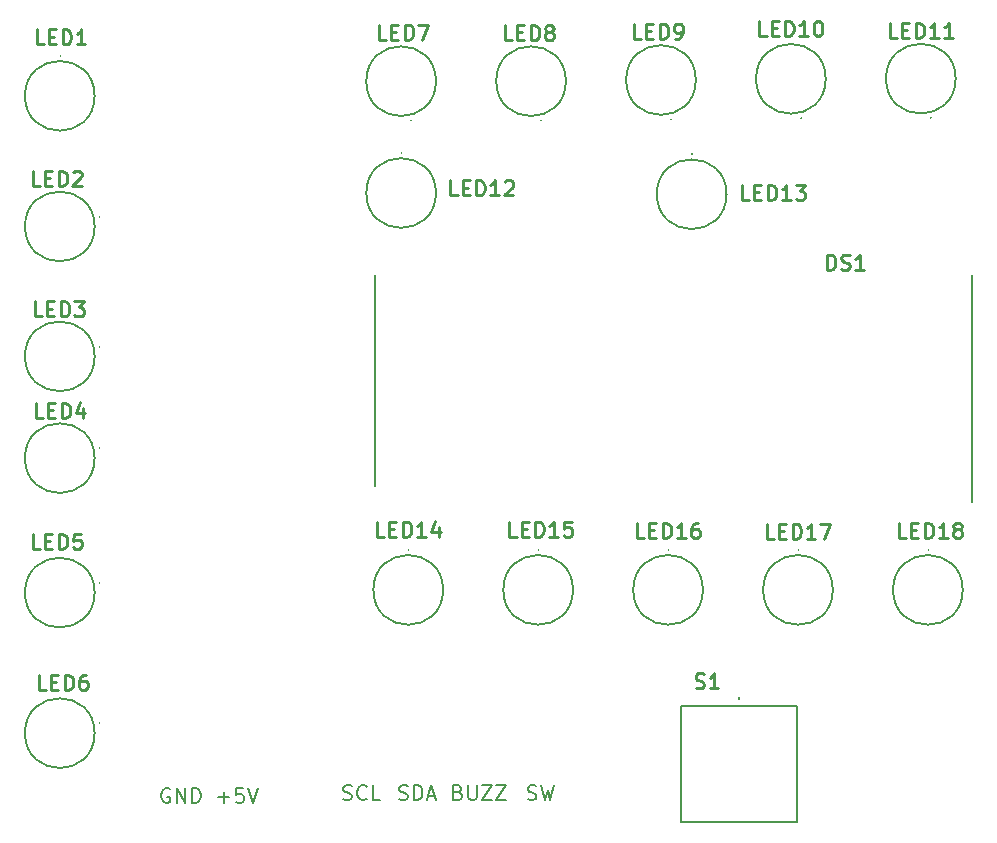
<source format=gbr>
%TF.GenerationSoftware,KiCad,Pcbnew,6.0.10-86aedd382b~118~ubuntu18.04.1*%
%TF.CreationDate,2024-06-09T23:27:39-03:00*%
%TF.ProjectId,salt_ihm,73616c74-5f69-4686-9d2e-6b696361645f,1.5*%
%TF.SameCoordinates,Original*%
%TF.FileFunction,Legend,Top*%
%TF.FilePolarity,Positive*%
%FSLAX46Y46*%
G04 Gerber Fmt 4.6, Leading zero omitted, Abs format (unit mm)*
G04 Created by KiCad (PCBNEW 6.0.10-86aedd382b~118~ubuntu18.04.1) date 2024-06-09 23:27:39*
%MOMM*%
%LPD*%
G01*
G04 APERTURE LIST*
%ADD10C,0.200000*%
%ADD11C,0.254000*%
%ADD12C,0.100000*%
G04 APERTURE END LIST*
D10*
X151511904Y-131505952D02*
X151690476Y-131565476D01*
X151988095Y-131565476D01*
X152107142Y-131505952D01*
X152166666Y-131446428D01*
X152226190Y-131327380D01*
X152226190Y-131208333D01*
X152166666Y-131089285D01*
X152107142Y-131029761D01*
X151988095Y-130970238D01*
X151750000Y-130910714D01*
X151630952Y-130851190D01*
X151571428Y-130791666D01*
X151511904Y-130672619D01*
X151511904Y-130553571D01*
X151571428Y-130434523D01*
X151630952Y-130375000D01*
X151750000Y-130315476D01*
X152047619Y-130315476D01*
X152226190Y-130375000D01*
X153476190Y-131446428D02*
X153416666Y-131505952D01*
X153238095Y-131565476D01*
X153119047Y-131565476D01*
X152940476Y-131505952D01*
X152821428Y-131386904D01*
X152761904Y-131267857D01*
X152702380Y-131029761D01*
X152702380Y-130851190D01*
X152761904Y-130613095D01*
X152821428Y-130494047D01*
X152940476Y-130375000D01*
X153119047Y-130315476D01*
X153238095Y-130315476D01*
X153416666Y-130375000D01*
X153476190Y-130434523D01*
X154607142Y-131565476D02*
X154011904Y-131565476D01*
X154011904Y-130315476D01*
X156232142Y-131505952D02*
X156410714Y-131565476D01*
X156708333Y-131565476D01*
X156827380Y-131505952D01*
X156886904Y-131446428D01*
X156946428Y-131327380D01*
X156946428Y-131208333D01*
X156886904Y-131089285D01*
X156827380Y-131029761D01*
X156708333Y-130970238D01*
X156470238Y-130910714D01*
X156351190Y-130851190D01*
X156291666Y-130791666D01*
X156232142Y-130672619D01*
X156232142Y-130553571D01*
X156291666Y-130434523D01*
X156351190Y-130375000D01*
X156470238Y-130315476D01*
X156767857Y-130315476D01*
X156946428Y-130375000D01*
X157482142Y-131565476D02*
X157482142Y-130315476D01*
X157779761Y-130315476D01*
X157958333Y-130375000D01*
X158077380Y-130494047D01*
X158136904Y-130613095D01*
X158196428Y-130851190D01*
X158196428Y-131029761D01*
X158136904Y-131267857D01*
X158077380Y-131386904D01*
X157958333Y-131505952D01*
X157779761Y-131565476D01*
X157482142Y-131565476D01*
X158672619Y-131208333D02*
X159267857Y-131208333D01*
X158553571Y-131565476D02*
X158970238Y-130315476D01*
X159386904Y-131565476D01*
X167128571Y-131505952D02*
X167307142Y-131565476D01*
X167604761Y-131565476D01*
X167723809Y-131505952D01*
X167783333Y-131446428D01*
X167842857Y-131327380D01*
X167842857Y-131208333D01*
X167783333Y-131089285D01*
X167723809Y-131029761D01*
X167604761Y-130970238D01*
X167366666Y-130910714D01*
X167247619Y-130851190D01*
X167188095Y-130791666D01*
X167128571Y-130672619D01*
X167128571Y-130553571D01*
X167188095Y-130434523D01*
X167247619Y-130375000D01*
X167366666Y-130315476D01*
X167664285Y-130315476D01*
X167842857Y-130375000D01*
X168259523Y-130315476D02*
X168557142Y-131565476D01*
X168795238Y-130672619D01*
X169033333Y-131565476D01*
X169330952Y-130315476D01*
X161244047Y-130910714D02*
X161422619Y-130970238D01*
X161482142Y-131029761D01*
X161541666Y-131148809D01*
X161541666Y-131327380D01*
X161482142Y-131446428D01*
X161422619Y-131505952D01*
X161303571Y-131565476D01*
X160827380Y-131565476D01*
X160827380Y-130315476D01*
X161244047Y-130315476D01*
X161363095Y-130375000D01*
X161422619Y-130434523D01*
X161482142Y-130553571D01*
X161482142Y-130672619D01*
X161422619Y-130791666D01*
X161363095Y-130851190D01*
X161244047Y-130910714D01*
X160827380Y-130910714D01*
X162077380Y-130315476D02*
X162077380Y-131327380D01*
X162136904Y-131446428D01*
X162196428Y-131505952D01*
X162315476Y-131565476D01*
X162553571Y-131565476D01*
X162672619Y-131505952D01*
X162732142Y-131446428D01*
X162791666Y-131327380D01*
X162791666Y-130315476D01*
X163267857Y-130315476D02*
X164101190Y-130315476D01*
X163267857Y-131565476D01*
X164101190Y-131565476D01*
X164458333Y-130315476D02*
X165291666Y-130315476D01*
X164458333Y-131565476D01*
X165291666Y-131565476D01*
X136797619Y-130625000D02*
X136678571Y-130565476D01*
X136500000Y-130565476D01*
X136321428Y-130625000D01*
X136202380Y-130744047D01*
X136142857Y-130863095D01*
X136083333Y-131101190D01*
X136083333Y-131279761D01*
X136142857Y-131517857D01*
X136202380Y-131636904D01*
X136321428Y-131755952D01*
X136500000Y-131815476D01*
X136619047Y-131815476D01*
X136797619Y-131755952D01*
X136857142Y-131696428D01*
X136857142Y-131279761D01*
X136619047Y-131279761D01*
X137392857Y-131815476D02*
X137392857Y-130565476D01*
X138107142Y-131815476D01*
X138107142Y-130565476D01*
X138702380Y-131815476D02*
X138702380Y-130565476D01*
X139000000Y-130565476D01*
X139178571Y-130625000D01*
X139297619Y-130744047D01*
X139357142Y-130863095D01*
X139416666Y-131101190D01*
X139416666Y-131279761D01*
X139357142Y-131517857D01*
X139297619Y-131636904D01*
X139178571Y-131755952D01*
X139000000Y-131815476D01*
X138702380Y-131815476D01*
X140892857Y-131339285D02*
X141845238Y-131339285D01*
X141369047Y-131815476D02*
X141369047Y-130863095D01*
X143035714Y-130565476D02*
X142440476Y-130565476D01*
X142380952Y-131160714D01*
X142440476Y-131101190D01*
X142559523Y-131041666D01*
X142857142Y-131041666D01*
X142976190Y-131101190D01*
X143035714Y-131160714D01*
X143095238Y-131279761D01*
X143095238Y-131577380D01*
X143035714Y-131696428D01*
X142976190Y-131755952D01*
X142857142Y-131815476D01*
X142559523Y-131815476D01*
X142440476Y-131755952D01*
X142380952Y-131696428D01*
X143452380Y-130565476D02*
X143869047Y-131815476D01*
X144285714Y-130565476D01*
D11*
%TO.C,LED5*%
X125832809Y-110302523D02*
X125228047Y-110302523D01*
X125228047Y-109032523D01*
X126256142Y-109637285D02*
X126679476Y-109637285D01*
X126860904Y-110302523D02*
X126256142Y-110302523D01*
X126256142Y-109032523D01*
X126860904Y-109032523D01*
X127405190Y-110302523D02*
X127405190Y-109032523D01*
X127707571Y-109032523D01*
X127889000Y-109093000D01*
X128009952Y-109213952D01*
X128070428Y-109334904D01*
X128130904Y-109576809D01*
X128130904Y-109758238D01*
X128070428Y-110000142D01*
X128009952Y-110121095D01*
X127889000Y-110242047D01*
X127707571Y-110302523D01*
X127405190Y-110302523D01*
X129279952Y-109032523D02*
X128675190Y-109032523D01*
X128614714Y-109637285D01*
X128675190Y-109576809D01*
X128796142Y-109516333D01*
X129098523Y-109516333D01*
X129219476Y-109576809D01*
X129279952Y-109637285D01*
X129340428Y-109758238D01*
X129340428Y-110060619D01*
X129279952Y-110181571D01*
X129219476Y-110242047D01*
X129098523Y-110302523D01*
X128796142Y-110302523D01*
X128675190Y-110242047D01*
X128614714Y-110181571D01*
%TO.C,LED11*%
X198394047Y-67047523D02*
X197789285Y-67047523D01*
X197789285Y-65777523D01*
X198817380Y-66382285D02*
X199240714Y-66382285D01*
X199422142Y-67047523D02*
X198817380Y-67047523D01*
X198817380Y-65777523D01*
X199422142Y-65777523D01*
X199966428Y-67047523D02*
X199966428Y-65777523D01*
X200268809Y-65777523D01*
X200450238Y-65838000D01*
X200571190Y-65958952D01*
X200631666Y-66079904D01*
X200692142Y-66321809D01*
X200692142Y-66503238D01*
X200631666Y-66745142D01*
X200571190Y-66866095D01*
X200450238Y-66987047D01*
X200268809Y-67047523D01*
X199966428Y-67047523D01*
X201901666Y-67047523D02*
X201175952Y-67047523D01*
X201538809Y-67047523D02*
X201538809Y-65777523D01*
X201417857Y-65958952D01*
X201296904Y-66079904D01*
X201175952Y-66140380D01*
X203111190Y-67047523D02*
X202385476Y-67047523D01*
X202748333Y-67047523D02*
X202748333Y-65777523D01*
X202627380Y-65958952D01*
X202506428Y-66079904D01*
X202385476Y-66140380D01*
%TO.C,LED12*%
X161174047Y-80374523D02*
X160569285Y-80374523D01*
X160569285Y-79104523D01*
X161597380Y-79709285D02*
X162020714Y-79709285D01*
X162202142Y-80374523D02*
X161597380Y-80374523D01*
X161597380Y-79104523D01*
X162202142Y-79104523D01*
X162746428Y-80374523D02*
X162746428Y-79104523D01*
X163048809Y-79104523D01*
X163230238Y-79165000D01*
X163351190Y-79285952D01*
X163411666Y-79406904D01*
X163472142Y-79648809D01*
X163472142Y-79830238D01*
X163411666Y-80072142D01*
X163351190Y-80193095D01*
X163230238Y-80314047D01*
X163048809Y-80374523D01*
X162746428Y-80374523D01*
X164681666Y-80374523D02*
X163955952Y-80374523D01*
X164318809Y-80374523D02*
X164318809Y-79104523D01*
X164197857Y-79285952D01*
X164076904Y-79406904D01*
X163955952Y-79467380D01*
X165165476Y-79225476D02*
X165225952Y-79165000D01*
X165346904Y-79104523D01*
X165649285Y-79104523D01*
X165770238Y-79165000D01*
X165830714Y-79225476D01*
X165891190Y-79346428D01*
X165891190Y-79467380D01*
X165830714Y-79648809D01*
X165105000Y-80374523D01*
X165891190Y-80374523D01*
%TO.C,LED18*%
X199174047Y-109374523D02*
X198569285Y-109374523D01*
X198569285Y-108104523D01*
X199597380Y-108709285D02*
X200020714Y-108709285D01*
X200202142Y-109374523D02*
X199597380Y-109374523D01*
X199597380Y-108104523D01*
X200202142Y-108104523D01*
X200746428Y-109374523D02*
X200746428Y-108104523D01*
X201048809Y-108104523D01*
X201230238Y-108165000D01*
X201351190Y-108285952D01*
X201411666Y-108406904D01*
X201472142Y-108648809D01*
X201472142Y-108830238D01*
X201411666Y-109072142D01*
X201351190Y-109193095D01*
X201230238Y-109314047D01*
X201048809Y-109374523D01*
X200746428Y-109374523D01*
X202681666Y-109374523D02*
X201955952Y-109374523D01*
X202318809Y-109374523D02*
X202318809Y-108104523D01*
X202197857Y-108285952D01*
X202076904Y-108406904D01*
X201955952Y-108467380D01*
X203407380Y-108648809D02*
X203286428Y-108588333D01*
X203225952Y-108527857D01*
X203165476Y-108406904D01*
X203165476Y-108346428D01*
X203225952Y-108225476D01*
X203286428Y-108165000D01*
X203407380Y-108104523D01*
X203649285Y-108104523D01*
X203770238Y-108165000D01*
X203830714Y-108225476D01*
X203891190Y-108346428D01*
X203891190Y-108406904D01*
X203830714Y-108527857D01*
X203770238Y-108588333D01*
X203649285Y-108648809D01*
X203407380Y-108648809D01*
X203286428Y-108709285D01*
X203225952Y-108769761D01*
X203165476Y-108890714D01*
X203165476Y-109132619D01*
X203225952Y-109253571D01*
X203286428Y-109314047D01*
X203407380Y-109374523D01*
X203649285Y-109374523D01*
X203770238Y-109314047D01*
X203830714Y-109253571D01*
X203891190Y-109132619D01*
X203891190Y-108890714D01*
X203830714Y-108769761D01*
X203770238Y-108709285D01*
X203649285Y-108648809D01*
%TO.C,S1*%
X181336380Y-122036047D02*
X181517809Y-122096523D01*
X181820190Y-122096523D01*
X181941142Y-122036047D01*
X182001619Y-121975571D01*
X182062095Y-121854619D01*
X182062095Y-121733666D01*
X182001619Y-121612714D01*
X181941142Y-121552238D01*
X181820190Y-121491761D01*
X181578285Y-121431285D01*
X181457333Y-121370809D01*
X181396857Y-121310333D01*
X181336380Y-121189380D01*
X181336380Y-121068428D01*
X181396857Y-120947476D01*
X181457333Y-120887000D01*
X181578285Y-120826523D01*
X181880666Y-120826523D01*
X182062095Y-120887000D01*
X183271619Y-122096523D02*
X182545904Y-122096523D01*
X182908761Y-122096523D02*
X182908761Y-120826523D01*
X182787809Y-121007952D01*
X182666857Y-121128904D01*
X182545904Y-121189380D01*
%TO.C,LED14*%
X154974047Y-109264523D02*
X154369285Y-109264523D01*
X154369285Y-107994523D01*
X155397380Y-108599285D02*
X155820714Y-108599285D01*
X156002142Y-109264523D02*
X155397380Y-109264523D01*
X155397380Y-107994523D01*
X156002142Y-107994523D01*
X156546428Y-109264523D02*
X156546428Y-107994523D01*
X156848809Y-107994523D01*
X157030238Y-108055000D01*
X157151190Y-108175952D01*
X157211666Y-108296904D01*
X157272142Y-108538809D01*
X157272142Y-108720238D01*
X157211666Y-108962142D01*
X157151190Y-109083095D01*
X157030238Y-109204047D01*
X156848809Y-109264523D01*
X156546428Y-109264523D01*
X158481666Y-109264523D02*
X157755952Y-109264523D01*
X158118809Y-109264523D02*
X158118809Y-107994523D01*
X157997857Y-108175952D01*
X157876904Y-108296904D01*
X157755952Y-108357380D01*
X159570238Y-108417857D02*
X159570238Y-109264523D01*
X159267857Y-107934047D02*
X158965476Y-108841190D01*
X159751666Y-108841190D01*
%TO.C,LED2*%
X125832809Y-79568523D02*
X125228047Y-79568523D01*
X125228047Y-78298523D01*
X126256142Y-78903285D02*
X126679476Y-78903285D01*
X126860904Y-79568523D02*
X126256142Y-79568523D01*
X126256142Y-78298523D01*
X126860904Y-78298523D01*
X127405190Y-79568523D02*
X127405190Y-78298523D01*
X127707571Y-78298523D01*
X127889000Y-78359000D01*
X128009952Y-78479952D01*
X128070428Y-78600904D01*
X128130904Y-78842809D01*
X128130904Y-79024238D01*
X128070428Y-79266142D01*
X128009952Y-79387095D01*
X127889000Y-79508047D01*
X127707571Y-79568523D01*
X127405190Y-79568523D01*
X128614714Y-78419476D02*
X128675190Y-78359000D01*
X128796142Y-78298523D01*
X129098523Y-78298523D01*
X129219476Y-78359000D01*
X129279952Y-78419476D01*
X129340428Y-78540428D01*
X129340428Y-78661380D01*
X129279952Y-78842809D01*
X128554238Y-79568523D01*
X129340428Y-79568523D01*
%TO.C,LED8*%
X165798809Y-67239523D02*
X165194047Y-67239523D01*
X165194047Y-65969523D01*
X166222142Y-66574285D02*
X166645476Y-66574285D01*
X166826904Y-67239523D02*
X166222142Y-67239523D01*
X166222142Y-65969523D01*
X166826904Y-65969523D01*
X167371190Y-67239523D02*
X167371190Y-65969523D01*
X167673571Y-65969523D01*
X167855000Y-66030000D01*
X167975952Y-66150952D01*
X168036428Y-66271904D01*
X168096904Y-66513809D01*
X168096904Y-66695238D01*
X168036428Y-66937142D01*
X167975952Y-67058095D01*
X167855000Y-67179047D01*
X167673571Y-67239523D01*
X167371190Y-67239523D01*
X168822619Y-66513809D02*
X168701666Y-66453333D01*
X168641190Y-66392857D01*
X168580714Y-66271904D01*
X168580714Y-66211428D01*
X168641190Y-66090476D01*
X168701666Y-66030000D01*
X168822619Y-65969523D01*
X169064523Y-65969523D01*
X169185476Y-66030000D01*
X169245952Y-66090476D01*
X169306428Y-66211428D01*
X169306428Y-66271904D01*
X169245952Y-66392857D01*
X169185476Y-66453333D01*
X169064523Y-66513809D01*
X168822619Y-66513809D01*
X168701666Y-66574285D01*
X168641190Y-66634761D01*
X168580714Y-66755714D01*
X168580714Y-66997619D01*
X168641190Y-67118571D01*
X168701666Y-67179047D01*
X168822619Y-67239523D01*
X169064523Y-67239523D01*
X169185476Y-67179047D01*
X169245952Y-67118571D01*
X169306428Y-66997619D01*
X169306428Y-66755714D01*
X169245952Y-66634761D01*
X169185476Y-66574285D01*
X169064523Y-66513809D01*
%TO.C,LED13*%
X185874047Y-80774523D02*
X185269285Y-80774523D01*
X185269285Y-79504523D01*
X186297380Y-80109285D02*
X186720714Y-80109285D01*
X186902142Y-80774523D02*
X186297380Y-80774523D01*
X186297380Y-79504523D01*
X186902142Y-79504523D01*
X187446428Y-80774523D02*
X187446428Y-79504523D01*
X187748809Y-79504523D01*
X187930238Y-79565000D01*
X188051190Y-79685952D01*
X188111666Y-79806904D01*
X188172142Y-80048809D01*
X188172142Y-80230238D01*
X188111666Y-80472142D01*
X188051190Y-80593095D01*
X187930238Y-80714047D01*
X187748809Y-80774523D01*
X187446428Y-80774523D01*
X189381666Y-80774523D02*
X188655952Y-80774523D01*
X189018809Y-80774523D02*
X189018809Y-79504523D01*
X188897857Y-79685952D01*
X188776904Y-79806904D01*
X188655952Y-79867380D01*
X189805000Y-79504523D02*
X190591190Y-79504523D01*
X190167857Y-79988333D01*
X190349285Y-79988333D01*
X190470238Y-80048809D01*
X190530714Y-80109285D01*
X190591190Y-80230238D01*
X190591190Y-80532619D01*
X190530714Y-80653571D01*
X190470238Y-80714047D01*
X190349285Y-80774523D01*
X189986428Y-80774523D01*
X189865476Y-80714047D01*
X189805000Y-80653571D01*
%TO.C,LED17*%
X187974047Y-109434523D02*
X187369285Y-109434523D01*
X187369285Y-108164523D01*
X188397380Y-108769285D02*
X188820714Y-108769285D01*
X189002142Y-109434523D02*
X188397380Y-109434523D01*
X188397380Y-108164523D01*
X189002142Y-108164523D01*
X189546428Y-109434523D02*
X189546428Y-108164523D01*
X189848809Y-108164523D01*
X190030238Y-108225000D01*
X190151190Y-108345952D01*
X190211666Y-108466904D01*
X190272142Y-108708809D01*
X190272142Y-108890238D01*
X190211666Y-109132142D01*
X190151190Y-109253095D01*
X190030238Y-109374047D01*
X189848809Y-109434523D01*
X189546428Y-109434523D01*
X191481666Y-109434523D02*
X190755952Y-109434523D01*
X191118809Y-109434523D02*
X191118809Y-108164523D01*
X190997857Y-108345952D01*
X190876904Y-108466904D01*
X190755952Y-108527380D01*
X191905000Y-108164523D02*
X192751666Y-108164523D01*
X192207380Y-109434523D01*
%TO.C,LED15*%
X166174047Y-109274523D02*
X165569285Y-109274523D01*
X165569285Y-108004523D01*
X166597380Y-108609285D02*
X167020714Y-108609285D01*
X167202142Y-109274523D02*
X166597380Y-109274523D01*
X166597380Y-108004523D01*
X167202142Y-108004523D01*
X167746428Y-109274523D02*
X167746428Y-108004523D01*
X168048809Y-108004523D01*
X168230238Y-108065000D01*
X168351190Y-108185952D01*
X168411666Y-108306904D01*
X168472142Y-108548809D01*
X168472142Y-108730238D01*
X168411666Y-108972142D01*
X168351190Y-109093095D01*
X168230238Y-109214047D01*
X168048809Y-109274523D01*
X167746428Y-109274523D01*
X169681666Y-109274523D02*
X168955952Y-109274523D01*
X169318809Y-109274523D02*
X169318809Y-108004523D01*
X169197857Y-108185952D01*
X169076904Y-108306904D01*
X168955952Y-108367380D01*
X170830714Y-108004523D02*
X170225952Y-108004523D01*
X170165476Y-108609285D01*
X170225952Y-108548809D01*
X170346904Y-108488333D01*
X170649285Y-108488333D01*
X170770238Y-108548809D01*
X170830714Y-108609285D01*
X170891190Y-108730238D01*
X170891190Y-109032619D01*
X170830714Y-109153571D01*
X170770238Y-109214047D01*
X170649285Y-109274523D01*
X170346904Y-109274523D01*
X170225952Y-109214047D01*
X170165476Y-109153571D01*
%TO.C,LED6*%
X126340809Y-122240523D02*
X125736047Y-122240523D01*
X125736047Y-120970523D01*
X126764142Y-121575285D02*
X127187476Y-121575285D01*
X127368904Y-122240523D02*
X126764142Y-122240523D01*
X126764142Y-120970523D01*
X127368904Y-120970523D01*
X127913190Y-122240523D02*
X127913190Y-120970523D01*
X128215571Y-120970523D01*
X128397000Y-121031000D01*
X128517952Y-121151952D01*
X128578428Y-121272904D01*
X128638904Y-121514809D01*
X128638904Y-121696238D01*
X128578428Y-121938142D01*
X128517952Y-122059095D01*
X128397000Y-122180047D01*
X128215571Y-122240523D01*
X127913190Y-122240523D01*
X129727476Y-120970523D02*
X129485571Y-120970523D01*
X129364619Y-121031000D01*
X129304142Y-121091476D01*
X129183190Y-121272904D01*
X129122714Y-121514809D01*
X129122714Y-121998619D01*
X129183190Y-122119571D01*
X129243666Y-122180047D01*
X129364619Y-122240523D01*
X129606523Y-122240523D01*
X129727476Y-122180047D01*
X129787952Y-122119571D01*
X129848428Y-121998619D01*
X129848428Y-121696238D01*
X129787952Y-121575285D01*
X129727476Y-121514809D01*
X129606523Y-121454333D01*
X129364619Y-121454333D01*
X129243666Y-121514809D01*
X129183190Y-121575285D01*
X129122714Y-121696238D01*
%TO.C,LED1*%
X126158809Y-67594523D02*
X125554047Y-67594523D01*
X125554047Y-66324523D01*
X126582142Y-66929285D02*
X127005476Y-66929285D01*
X127186904Y-67594523D02*
X126582142Y-67594523D01*
X126582142Y-66324523D01*
X127186904Y-66324523D01*
X127731190Y-67594523D02*
X127731190Y-66324523D01*
X128033571Y-66324523D01*
X128215000Y-66385000D01*
X128335952Y-66505952D01*
X128396428Y-66626904D01*
X128456904Y-66868809D01*
X128456904Y-67050238D01*
X128396428Y-67292142D01*
X128335952Y-67413095D01*
X128215000Y-67534047D01*
X128033571Y-67594523D01*
X127731190Y-67594523D01*
X129666428Y-67594523D02*
X128940714Y-67594523D01*
X129303571Y-67594523D02*
X129303571Y-66324523D01*
X129182619Y-66505952D01*
X129061666Y-66626904D01*
X128940714Y-66687380D01*
%TO.C,LED16*%
X176974047Y-109374523D02*
X176369285Y-109374523D01*
X176369285Y-108104523D01*
X177397380Y-108709285D02*
X177820714Y-108709285D01*
X178002142Y-109374523D02*
X177397380Y-109374523D01*
X177397380Y-108104523D01*
X178002142Y-108104523D01*
X178546428Y-109374523D02*
X178546428Y-108104523D01*
X178848809Y-108104523D01*
X179030238Y-108165000D01*
X179151190Y-108285952D01*
X179211666Y-108406904D01*
X179272142Y-108648809D01*
X179272142Y-108830238D01*
X179211666Y-109072142D01*
X179151190Y-109193095D01*
X179030238Y-109314047D01*
X178848809Y-109374523D01*
X178546428Y-109374523D01*
X180481666Y-109374523D02*
X179755952Y-109374523D01*
X180118809Y-109374523D02*
X180118809Y-108104523D01*
X179997857Y-108285952D01*
X179876904Y-108406904D01*
X179755952Y-108467380D01*
X181570238Y-108104523D02*
X181328333Y-108104523D01*
X181207380Y-108165000D01*
X181146904Y-108225476D01*
X181025952Y-108406904D01*
X180965476Y-108648809D01*
X180965476Y-109132619D01*
X181025952Y-109253571D01*
X181086428Y-109314047D01*
X181207380Y-109374523D01*
X181449285Y-109374523D01*
X181570238Y-109314047D01*
X181630714Y-109253571D01*
X181691190Y-109132619D01*
X181691190Y-108830238D01*
X181630714Y-108709285D01*
X181570238Y-108648809D01*
X181449285Y-108588333D01*
X181207380Y-108588333D01*
X181086428Y-108648809D01*
X181025952Y-108709285D01*
X180965476Y-108830238D01*
%TO.C,DS1*%
X192447857Y-86664523D02*
X192447857Y-85394523D01*
X192750238Y-85394523D01*
X192931666Y-85455000D01*
X193052619Y-85575952D01*
X193113095Y-85696904D01*
X193173571Y-85938809D01*
X193173571Y-86120238D01*
X193113095Y-86362142D01*
X193052619Y-86483095D01*
X192931666Y-86604047D01*
X192750238Y-86664523D01*
X192447857Y-86664523D01*
X193657380Y-86604047D02*
X193838809Y-86664523D01*
X194141190Y-86664523D01*
X194262142Y-86604047D01*
X194322619Y-86543571D01*
X194383095Y-86422619D01*
X194383095Y-86301666D01*
X194322619Y-86180714D01*
X194262142Y-86120238D01*
X194141190Y-86059761D01*
X193899285Y-85999285D01*
X193778333Y-85938809D01*
X193717857Y-85878333D01*
X193657380Y-85757380D01*
X193657380Y-85636428D01*
X193717857Y-85515476D01*
X193778333Y-85455000D01*
X193899285Y-85394523D01*
X194201666Y-85394523D01*
X194383095Y-85455000D01*
X195592619Y-86664523D02*
X194866904Y-86664523D01*
X195229761Y-86664523D02*
X195229761Y-85394523D01*
X195108809Y-85575952D01*
X194987857Y-85696904D01*
X194866904Y-85757380D01*
%TO.C,LED10*%
X187344047Y-66879523D02*
X186739285Y-66879523D01*
X186739285Y-65609523D01*
X187767380Y-66214285D02*
X188190714Y-66214285D01*
X188372142Y-66879523D02*
X187767380Y-66879523D01*
X187767380Y-65609523D01*
X188372142Y-65609523D01*
X188916428Y-66879523D02*
X188916428Y-65609523D01*
X189218809Y-65609523D01*
X189400238Y-65670000D01*
X189521190Y-65790952D01*
X189581666Y-65911904D01*
X189642142Y-66153809D01*
X189642142Y-66335238D01*
X189581666Y-66577142D01*
X189521190Y-66698095D01*
X189400238Y-66819047D01*
X189218809Y-66879523D01*
X188916428Y-66879523D01*
X190851666Y-66879523D02*
X190125952Y-66879523D01*
X190488809Y-66879523D02*
X190488809Y-65609523D01*
X190367857Y-65790952D01*
X190246904Y-65911904D01*
X190125952Y-65972380D01*
X191637857Y-65609523D02*
X191758809Y-65609523D01*
X191879761Y-65670000D01*
X191940238Y-65730476D01*
X192000714Y-65851428D01*
X192061190Y-66093333D01*
X192061190Y-66395714D01*
X192000714Y-66637619D01*
X191940238Y-66758571D01*
X191879761Y-66819047D01*
X191758809Y-66879523D01*
X191637857Y-66879523D01*
X191516904Y-66819047D01*
X191456428Y-66758571D01*
X191395952Y-66637619D01*
X191335476Y-66395714D01*
X191335476Y-66093333D01*
X191395952Y-65851428D01*
X191456428Y-65730476D01*
X191516904Y-65670000D01*
X191637857Y-65609523D01*
%TO.C,LED9*%
X176724809Y-67110523D02*
X176120047Y-67110523D01*
X176120047Y-65840523D01*
X177148142Y-66445285D02*
X177571476Y-66445285D01*
X177752904Y-67110523D02*
X177148142Y-67110523D01*
X177148142Y-65840523D01*
X177752904Y-65840523D01*
X178297190Y-67110523D02*
X178297190Y-65840523D01*
X178599571Y-65840523D01*
X178781000Y-65901000D01*
X178901952Y-66021952D01*
X178962428Y-66142904D01*
X179022904Y-66384809D01*
X179022904Y-66566238D01*
X178962428Y-66808142D01*
X178901952Y-66929095D01*
X178781000Y-67050047D01*
X178599571Y-67110523D01*
X178297190Y-67110523D01*
X179627666Y-67110523D02*
X179869571Y-67110523D01*
X179990523Y-67050047D01*
X180051000Y-66989571D01*
X180171952Y-66808142D01*
X180232428Y-66566238D01*
X180232428Y-66082428D01*
X180171952Y-65961476D01*
X180111476Y-65901000D01*
X179990523Y-65840523D01*
X179748619Y-65840523D01*
X179627666Y-65901000D01*
X179567190Y-65961476D01*
X179506714Y-66082428D01*
X179506714Y-66384809D01*
X179567190Y-66505761D01*
X179627666Y-66566238D01*
X179748619Y-66626714D01*
X179990523Y-66626714D01*
X180111476Y-66566238D01*
X180171952Y-66505761D01*
X180232428Y-66384809D01*
%TO.C,LED7*%
X155148809Y-67174523D02*
X154544047Y-67174523D01*
X154544047Y-65904523D01*
X155572142Y-66509285D02*
X155995476Y-66509285D01*
X156176904Y-67174523D02*
X155572142Y-67174523D01*
X155572142Y-65904523D01*
X156176904Y-65904523D01*
X156721190Y-67174523D02*
X156721190Y-65904523D01*
X157023571Y-65904523D01*
X157205000Y-65965000D01*
X157325952Y-66085952D01*
X157386428Y-66206904D01*
X157446904Y-66448809D01*
X157446904Y-66630238D01*
X157386428Y-66872142D01*
X157325952Y-66993095D01*
X157205000Y-67114047D01*
X157023571Y-67174523D01*
X156721190Y-67174523D01*
X157870238Y-65904523D02*
X158716904Y-65904523D01*
X158172619Y-67174523D01*
%TO.C,LED3*%
X126018809Y-90614523D02*
X125414047Y-90614523D01*
X125414047Y-89344523D01*
X126442142Y-89949285D02*
X126865476Y-89949285D01*
X127046904Y-90614523D02*
X126442142Y-90614523D01*
X126442142Y-89344523D01*
X127046904Y-89344523D01*
X127591190Y-90614523D02*
X127591190Y-89344523D01*
X127893571Y-89344523D01*
X128075000Y-89405000D01*
X128195952Y-89525952D01*
X128256428Y-89646904D01*
X128316904Y-89888809D01*
X128316904Y-90070238D01*
X128256428Y-90312142D01*
X128195952Y-90433095D01*
X128075000Y-90554047D01*
X127893571Y-90614523D01*
X127591190Y-90614523D01*
X128740238Y-89344523D02*
X129526428Y-89344523D01*
X129103095Y-89828333D01*
X129284523Y-89828333D01*
X129405476Y-89888809D01*
X129465952Y-89949285D01*
X129526428Y-90070238D01*
X129526428Y-90372619D01*
X129465952Y-90493571D01*
X129405476Y-90554047D01*
X129284523Y-90614523D01*
X128921666Y-90614523D01*
X128800714Y-90554047D01*
X128740238Y-90493571D01*
%TO.C,LED4*%
X126086809Y-99234523D02*
X125482047Y-99234523D01*
X125482047Y-97964523D01*
X126510142Y-98569285D02*
X126933476Y-98569285D01*
X127114904Y-99234523D02*
X126510142Y-99234523D01*
X126510142Y-97964523D01*
X127114904Y-97964523D01*
X127659190Y-99234523D02*
X127659190Y-97964523D01*
X127961571Y-97964523D01*
X128143000Y-98025000D01*
X128263952Y-98145952D01*
X128324428Y-98266904D01*
X128384904Y-98508809D01*
X128384904Y-98690238D01*
X128324428Y-98932142D01*
X128263952Y-99053095D01*
X128143000Y-99174047D01*
X127961571Y-99234523D01*
X127659190Y-99234523D01*
X129473476Y-98387857D02*
X129473476Y-99234523D01*
X129171095Y-97904047D02*
X128868714Y-98811190D01*
X129654904Y-98811190D01*
D10*
%TO.C,LED5*%
X130450000Y-114000000D02*
G75*
G03*
X130450000Y-114000000I-2950000J0D01*
G01*
X130864000Y-113170000D02*
G75*
G03*
X130864000Y-113170000I-41000J0D01*
G01*
%TO.C,LED11*%
X201271000Y-73809000D02*
G75*
G03*
X201271000Y-73809000I-41000J0D01*
G01*
X203350000Y-70486000D02*
G75*
G03*
X203350000Y-70486000I-2950000J0D01*
G01*
D12*
%TO.C,LED12*%
X156400000Y-76700000D02*
X156400000Y-76700000D01*
D10*
X153450000Y-80170000D02*
X153450000Y-80170000D01*
X159350000Y-80170000D02*
X159350000Y-80170000D01*
D12*
X156400000Y-76800000D02*
X156400000Y-76800000D01*
D10*
X159350000Y-80170000D02*
G75*
G03*
X153450000Y-80170000I-2950000J0D01*
G01*
D12*
X156400000Y-76700000D02*
G75*
G03*
X156400000Y-76800000I0J-50000D01*
G01*
X156400000Y-76800000D02*
G75*
G03*
X156400000Y-76700000I0J50000D01*
G01*
D10*
X153450000Y-80170000D02*
G75*
G03*
X159350000Y-80170000I2950000J0D01*
G01*
%TO.C,LED18*%
X198050000Y-113770000D02*
X198050000Y-113770000D01*
D12*
X201000000Y-110400000D02*
X201000000Y-110400000D01*
X201000000Y-110300000D02*
X201000000Y-110300000D01*
D10*
X203950000Y-113770000D02*
X203950000Y-113770000D01*
X198050000Y-113770000D02*
G75*
G03*
X203950000Y-113770000I2950000J0D01*
G01*
X203950000Y-113770000D02*
G75*
G03*
X198050000Y-113770000I-2950000J0D01*
G01*
D12*
X201000000Y-110300000D02*
G75*
G03*
X201000000Y-110400000I0J-50000D01*
G01*
X201000000Y-110400000D02*
G75*
G03*
X201000000Y-110300000I0J50000D01*
G01*
D10*
%TO.C,S1*%
X180100000Y-133400000D02*
X189900000Y-133400000D01*
X185000000Y-122900000D02*
X185000000Y-122900000D01*
X185000000Y-122900000D02*
X185000000Y-122900000D01*
X185000000Y-123000000D02*
X185000000Y-123000000D01*
X189900000Y-123600000D02*
X180100000Y-123600000D01*
X180100000Y-123600000D02*
X180100000Y-133400000D01*
X189900000Y-133400000D02*
X189900000Y-123600000D01*
X185000000Y-123000000D02*
G75*
G03*
X185000000Y-122900000I0J50000D01*
G01*
X185000000Y-122900000D02*
G75*
G03*
X185000000Y-123000000I0J-50000D01*
G01*
X185000000Y-122900000D02*
G75*
G03*
X185000000Y-123000000I0J-50000D01*
G01*
D12*
%TO.C,LED14*%
X157000000Y-110400000D02*
X157000000Y-110400000D01*
X157000000Y-110300000D02*
X157000000Y-110300000D01*
D10*
X154050000Y-113770000D02*
X154050000Y-113770000D01*
X159950000Y-113770000D02*
X159950000Y-113770000D01*
D12*
X157000000Y-110400000D02*
G75*
G03*
X157000000Y-110300000I0J50000D01*
G01*
X157000000Y-110300000D02*
G75*
G03*
X157000000Y-110400000I0J-50000D01*
G01*
D10*
X159950000Y-113770000D02*
G75*
G03*
X154050000Y-113770000I-2950000J0D01*
G01*
X154050000Y-113770000D02*
G75*
G03*
X159950000Y-113770000I2950000J0D01*
G01*
%TO.C,LED2*%
X130450000Y-83000000D02*
G75*
G03*
X130450000Y-83000000I-2950000J0D01*
G01*
X130864000Y-82170000D02*
G75*
G03*
X130864000Y-82170000I-41000J0D01*
G01*
%TO.C,LED8*%
X168271000Y-74023000D02*
G75*
G03*
X168271000Y-74023000I-41000J0D01*
G01*
X170350000Y-70700000D02*
G75*
G03*
X170350000Y-70700000I-2950000J0D01*
G01*
D12*
%TO.C,LED13*%
X181000000Y-76800000D02*
X181000000Y-76800000D01*
X181000000Y-76900000D02*
X181000000Y-76900000D01*
D10*
X183950000Y-80270000D02*
X183950000Y-80270000D01*
X178050000Y-80270000D02*
X178050000Y-80270000D01*
D12*
X181000000Y-76800000D02*
G75*
G03*
X181000000Y-76900000I0J-50000D01*
G01*
D10*
X183950000Y-80270000D02*
G75*
G03*
X178050000Y-80270000I-2950000J0D01*
G01*
X178050000Y-80270000D02*
G75*
G03*
X183950000Y-80270000I2950000J0D01*
G01*
D12*
X181000000Y-76900000D02*
G75*
G03*
X181000000Y-76800000I0J50000D01*
G01*
D10*
%TO.C,LED17*%
X192950000Y-113770000D02*
X192950000Y-113770000D01*
D12*
X190000000Y-110300000D02*
X190000000Y-110300000D01*
X190000000Y-110400000D02*
X190000000Y-110400000D01*
D10*
X187050000Y-113770000D02*
X187050000Y-113770000D01*
D12*
X190000000Y-110300000D02*
G75*
G03*
X190000000Y-110400000I0J-50000D01*
G01*
X190000000Y-110400000D02*
G75*
G03*
X190000000Y-110300000I0J50000D01*
G01*
D10*
X187050000Y-113770000D02*
G75*
G03*
X192950000Y-113770000I2950000J0D01*
G01*
X192950000Y-113770000D02*
G75*
G03*
X187050000Y-113770000I-2950000J0D01*
G01*
D12*
%TO.C,LED15*%
X168000000Y-110400000D02*
X168000000Y-110400000D01*
D10*
X170950000Y-113770000D02*
X170950000Y-113770000D01*
D12*
X168000000Y-110300000D02*
X168000000Y-110300000D01*
D10*
X165050000Y-113770000D02*
X165050000Y-113770000D01*
X165050000Y-113770000D02*
G75*
G03*
X170950000Y-113770000I2950000J0D01*
G01*
D12*
X168000000Y-110400000D02*
G75*
G03*
X168000000Y-110300000I0J50000D01*
G01*
D10*
X170950000Y-113770000D02*
G75*
G03*
X165050000Y-113770000I-2950000J0D01*
G01*
D12*
X168000000Y-110300000D02*
G75*
G03*
X168000000Y-110400000I0J-50000D01*
G01*
D10*
%TO.C,LED6*%
X130864000Y-125070000D02*
G75*
G03*
X130864000Y-125070000I-41000J0D01*
G01*
X130450000Y-125900000D02*
G75*
G03*
X130450000Y-125900000I-2950000J0D01*
G01*
%TO.C,LED1*%
X124550000Y-71940000D02*
X124550000Y-71940000D01*
X130450000Y-71940000D02*
X130450000Y-71940000D01*
D12*
X127500000Y-68470000D02*
X127500000Y-68470000D01*
X127500000Y-68570000D02*
X127500000Y-68570000D01*
D10*
X124550000Y-71940000D02*
G75*
G03*
X130450000Y-71940000I2950000J0D01*
G01*
D12*
X127500000Y-68470000D02*
G75*
G03*
X127500000Y-68570000I0J-50000D01*
G01*
X127500000Y-68570000D02*
G75*
G03*
X127500000Y-68470000I0J50000D01*
G01*
D10*
X130450000Y-71940000D02*
G75*
G03*
X124550000Y-71940000I-2950000J0D01*
G01*
D12*
%TO.C,LED16*%
X179000000Y-110400000D02*
X179000000Y-110400000D01*
D10*
X181950000Y-113770000D02*
X181950000Y-113770000D01*
D12*
X179000000Y-110300000D02*
X179000000Y-110300000D01*
D10*
X176050000Y-113770000D02*
X176050000Y-113770000D01*
X181950000Y-113770000D02*
G75*
G03*
X176050000Y-113770000I-2950000J0D01*
G01*
D12*
X179000000Y-110300000D02*
G75*
G03*
X179000000Y-110400000I0J-50000D01*
G01*
X179000000Y-110400000D02*
G75*
G03*
X179000000Y-110300000I0J50000D01*
G01*
D10*
X176050000Y-113770000D02*
G75*
G03*
X181950000Y-113770000I2950000J0D01*
G01*
%TO.C,DS1*%
X154225000Y-104995000D02*
X154225000Y-87075000D01*
X204775000Y-106325000D02*
X204775000Y-87075000D01*
%TO.C,LED10*%
X190271000Y-73823000D02*
G75*
G03*
X190271000Y-73823000I-41000J0D01*
G01*
X192350000Y-70500000D02*
G75*
G03*
X192350000Y-70500000I-2950000J0D01*
G01*
%TO.C,LED9*%
X179271000Y-73923000D02*
G75*
G03*
X179271000Y-73923000I-41000J0D01*
G01*
X181350000Y-70600000D02*
G75*
G03*
X181350000Y-70600000I-2950000J0D01*
G01*
%TO.C,LED7*%
X157271000Y-74023000D02*
G75*
G03*
X157271000Y-74023000I-41000J0D01*
G01*
X159350000Y-70700000D02*
G75*
G03*
X159350000Y-70700000I-2950000J0D01*
G01*
%TO.C,LED3*%
X130450000Y-94000000D02*
G75*
G03*
X130450000Y-94000000I-2950000J0D01*
G01*
X130864000Y-93170000D02*
G75*
G03*
X130864000Y-93170000I-41000J0D01*
G01*
%TO.C,LED4*%
X130864000Y-101786000D02*
G75*
G03*
X130864000Y-101786000I-41000J0D01*
G01*
X130450000Y-102616000D02*
G75*
G03*
X130450000Y-102616000I-2950000J0D01*
G01*
%TD*%
M02*

</source>
